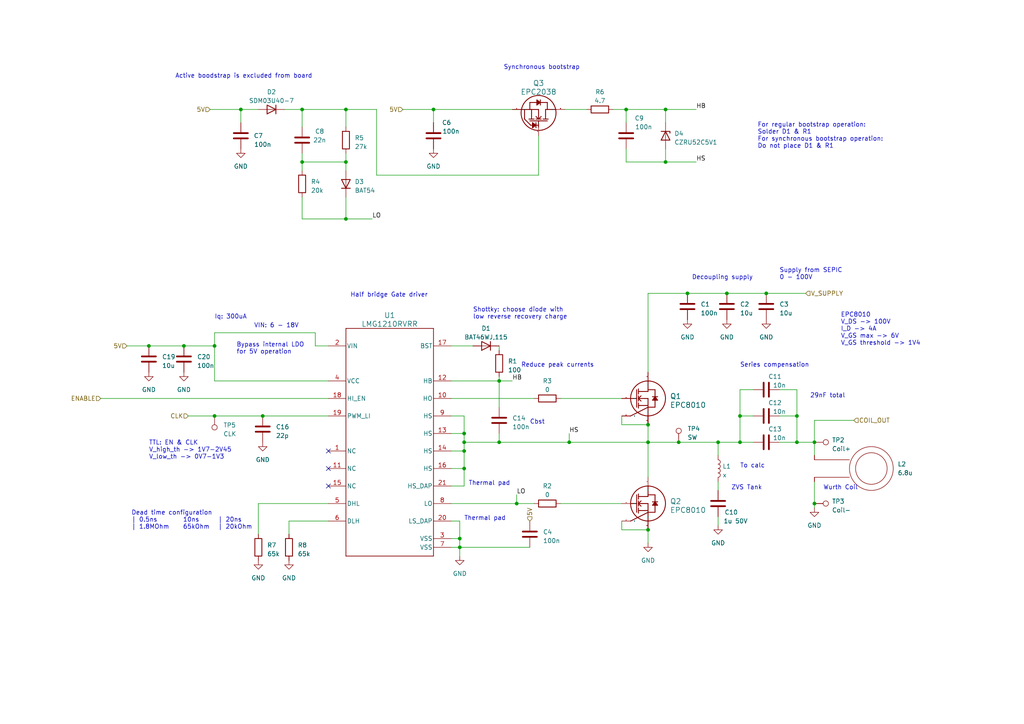
<source format=kicad_sch>
(kicad_sch (version 20230121) (generator eeschema)
  (paper "A4")
  (title_block (title "GaN Half Bridge Driver") (date "2024-06-26") (company "Dramco"))
  (lib_symbols
    (symbol "Connector:TestPoint" (pin_numbers hide) (pin_names (offset 0.762) hide)
      (property "Reference" "TP" (at 0 6.858 0))
      (property "Value" "TestPoint" (at 0 5.08 0))
      (symbol "TestPoint_0_1"
        (circle (center 0 3.302) (radius 0.762))
      )
      (symbol "TestPoint_1_1"
        (pin passive line (at 0 0 90) (length 2.54) (name "1") (number "1"))
      )
    )
    (symbol "Device:C" (pin_numbers hide) (pin_names (offset 0.254))
      (property "Reference" "C" (at 0.635 2.54 0))
      (property "Value" "C" (at 0.635 -2.54 0))
      (symbol "C_0_1"
        (polyline (pts (xy -2.032 -0.762) (xy 2.032 -0.762)) (stroke (width 0.508)))
        (polyline (pts (xy -2.032 0.762) (xy 2.032 0.762)) (stroke (width 0.508)))
      )
      (symbol "C_1_1"
        (pin passive line (at 0 3.81 270) (length 2.794) (name "~") (number "1"))
        (pin passive line (at 0 -3.81 90) (length 2.794) (name "~") (number "2"))
      )
    )
    (symbol "Device:D" (pin_numbers hide) (pin_names (offset 1.016) hide)
      (property "Reference" "D" (at 0 2.54 0))
      (property "Value" "D" (at 0 -2.54 0))
      (symbol "D_0_1"
        (polyline (pts (xy -1.27 1.27) (xy -1.27 -1.27)) (stroke (width 0.254)))
        (polyline (pts (xy 1.27 0) (xy -1.27 0)))
        (polyline (pts (xy 1.27 1.27) (xy 1.27 -1.27) (xy -1.27 0) (xy 1.27 1.27)) (stroke (width 0.254)))
      )
      (symbol "D_1_1"
        (pin passive line (at -3.81 0 0) (length 2.54) (name "K") (number "1"))
        (pin passive line (at 3.81 0 180) (length 2.54) (name "A") (number "2"))
      )
    )
    (symbol "Device:D_Zener" (pin_numbers hide) (pin_names (offset 1.016) hide)
      (property "Reference" "D" (at 0 2.54 0))
      (property "Value" "D_Zener" (at 0 -2.54 0))
      (symbol "D_Zener_0_1"
        (polyline (pts (xy 1.27 0) (xy -1.27 0)))
        (polyline (pts (xy -1.27 -1.27) (xy -1.27 1.27) (xy -0.762 1.27)) (stroke (width 0.254)))
        (polyline (pts (xy 1.27 -1.27) (xy 1.27 1.27) (xy -1.27 0) (xy 1.27 -1.27)) (stroke (width 0.254)))
      )
      (symbol "D_Zener_1_1"
        (pin passive line (at -3.81 0 0) (length 2.54) (name "K") (number "1"))
        (pin passive line (at 3.81 0 180) (length 2.54) (name "A") (number "2"))
      )
    )
    (symbol "Device:L" (pin_numbers hide) (pin_names (offset 1.016) hide)
      (property "Reference" "L" (at -1.27 0 90))
      (property "Value" "L" (at 1.905 0 90))
      (symbol "L_0_1"
        (arc (start 0 -2.54) (mid 0.6323 -1.905) (end 0 -1.27))
        (arc (start 0 -1.27) (mid 0.6323 -0.635) (end 0 0))
        (arc (start 0 0) (mid 0.6323 0.635) (end 0 1.27))
        (arc (start 0 1.27) (mid 0.6323 1.905) (end 0 2.54))
      )
      (symbol "L_1_1"
        (pin passive line (at 0 3.81 270) (length 1.27) (name "1") (number "1"))
        (pin passive line (at 0 -3.81 90) (length 1.27) (name "2") (number "2"))
      )
    )
    (symbol "Device:R" (pin_numbers hide) (pin_names (offset 0))
      (property "Reference" "R" (at 2.032 0 90))
      (property "Value" "R" (at 0 0 90))
      (symbol "R_0_1"
        (rectangle (start -1.016 -2.54) (end 1.016 2.54) (stroke (width 0.254)))
      )
      (symbol "R_1_1"
        (pin passive line (at 0 3.81 270) (length 1.27) (name "~") (number "1"))
        (pin passive line (at 0 -3.81 90) (length 1.27) (name "~") (number "2"))
      )
    )
    (symbol "EPC:EPC2038" (pin_names (offset 1.016))
      (property "Reference" "Q" (at 5.08 2.794 0))
      (property "Value" "EPC2038" (at 5.08 0.254 0))
      (symbol "EPC2038_0_1"
        (pin passive line (at -7.62 0 0) (length 2.54) (name "G") (number "1"))
        (pin open_emitter line (at 0 -7.62 90) (length 2.54) (name "S1") (number "2"))
        (pin open_collector line (at 0 7.62 270) (length 2.54) (name "D1") (number "3"))
        (pin open_emitter line (at 0 -7.62 90) (length 2.54) (name "S2") (number "4"))
      )
      (symbol "EPC2038_1_1"
        (arc (start -6.0706 -0.2032) (mid -3.4156 -4.4533) (end 1.6002 -4.3434) (stroke (width 0.254)))
        (polyline (pts (xy -5.08 0) (xy -3.302 0)) (stroke (width 0.254)))
        (polyline (pts (xy -4.572 -2.286) (xy -4.572 0)) (stroke (width 0.254)))
        (polyline (pts (xy -4.572 -2.286) (xy -2.794 -4.064)) (stroke (width 0.254)))
        (polyline (pts (xy -3.81 -0.762) (xy -5.334 -0.762)) (stroke (width 0.254)))
        (polyline (pts (xy -3.302 -2.54) (xy -3.302 2.54)) (stroke (width 0.254)))
        (polyline (pts (xy -2.794 -4.064) (xy 0 -4.064)) (stroke (width 0.254)))
        (polyline (pts (xy -2.794 -1.27) (xy -2.794 -2.794)) (stroke (width 0.254)))
        (polyline (pts (xy -2.794 0) (xy -2.032 -0.762)) (stroke (width 0.254)))
        (polyline (pts (xy -2.794 0) (xy 0 0)) (stroke (width 0.254)))
        (polyline (pts (xy -2.794 0.762) (xy -2.794 -0.762)) (stroke (width 0.254)))
        (polyline (pts (xy -2.794 2.032) (xy 0 2.032)) (stroke (width 0.254)))
        (polyline (pts (xy -2.794 2.794) (xy -2.794 1.27)) (stroke (width 0.254)))
        (polyline (pts (xy -2.032 0.762) (xy -2.794 0)) (stroke (width 0.254)))
        (polyline (pts (xy 0 -5.08) (xy 0 0)) (stroke (width 0.254)))
        (polyline (pts (xy 0 -2.54) (xy 2.032 -2.54)) (stroke (width 0.254)))
        (polyline (pts (xy 0 -2.032) (xy -2.794 -2.032)) (stroke (width 0.254)))
        (polyline (pts (xy 0 2.54) (xy 2.032 2.54)) (stroke (width 0.254)))
        (polyline (pts (xy 0 5.08) (xy 0 2.032)) (stroke (width 0.254)))
        (polyline (pts (xy 2.032 -2.54) (xy 2.032 -0.508)) (stroke (width 0.254)))
        (polyline (pts (xy 2.032 0.508) (xy 2.032 2.54)) (stroke (width 0.254)))
        (polyline (pts (xy 2.794 0.508) (xy 1.27 0.508)) (stroke (width 0.254)))
        (polyline (pts (xy -4.572 -0.762) (xy -3.81 -1.778) (xy -5.334 -1.778) (xy -4.572 -0.762)) (stroke (width 0.254)) (fill (type outline)))
        (polyline (pts (xy 2.032 0.508) (xy 2.794 -0.508) (xy 1.27 -0.508) (xy 2.032 0.508)) (stroke (width 0.254)) (fill (type outline)))
        (arc (start 1.524 4.3688) (mid -3.4809 4.4116) (end -6.0706 0.127) (stroke (width 0.254)))
        (arc (start 1.6002 -4.3434) (mid 4.0543 0.0393) (end 1.524 4.3688) (stroke (width 0.254)))
      )
    )
    (symbol "EPC:EPC8010" (pin_names (offset 1.016))
      (property "Reference" "Q" (at 5.08 2.794 0))
      (property "Value" "EPC8010" (at 5.08 0.254 0))
      (symbol "EPC8010_0_1"
        (polyline (pts (xy -5.08 0) (xy -3.302 0)) (stroke (width 0.254)))
        (polyline (pts (xy -3.302 2.54) (xy -3.302 -2.54)) (stroke (width 0.254)))
        (polyline (pts (xy -2.794 -2.794) (xy -2.794 -1.27)) (stroke (width 0.254)))
        (polyline (pts (xy -2.794 -2.032) (xy 0 -2.032)) (stroke (width 0.254)))
        (polyline (pts (xy -2.794 -0.762) (xy -2.794 0.762)) (stroke (width 0.254)))
        (polyline (pts (xy -2.794 0) (xy -2.032 0.762)) (stroke (width 0.254)))
        (polyline (pts (xy -2.794 0) (xy 0 0)) (stroke (width 0.254)))
        (polyline (pts (xy -2.794 1.27) (xy -2.794 2.794)) (stroke (width 0.254)))
        (polyline (pts (xy -2.032 -0.762) (xy -2.794 0)) (stroke (width 0.254)))
        (polyline (pts (xy 0 -2.54) (xy -5.08 -5.08)) (stroke (width 0.254)))
        (polyline (pts (xy 0 -2.54) (xy 2.032 -2.54)) (stroke (width 0.254)))
        (polyline (pts (xy 0 0) (xy 0 -5.08)) (stroke (width 0.254)))
        (polyline (pts (xy 0 2.032) (xy -2.794 2.032)) (stroke (width 0.254)))
        (polyline (pts (xy 0 2.032) (xy 0 5.08)) (stroke (width 0.254)))
        (polyline (pts (xy 0 2.54) (xy 2.032 2.54)) (stroke (width 0.254)))
        (polyline (pts (xy 2.032 -0.508) (xy 2.032 -2.54)) (stroke (width 0.254)))
        (polyline (pts (xy 2.032 2.54) (xy 2.032 0.508)) (stroke (width 0.254)))
        (polyline (pts (xy 2.794 0.508) (xy 1.27 0.508)) (stroke (width 0.254)))
        (polyline (pts (xy 2.032 0.508) (xy 1.27 -0.508) (xy 2.794 -0.508) (xy 2.032 0.508)) (stroke (width 0.254)) (fill (type outline)))
        (pin passive line (at -7.62 0 0) (length 2.54) (name "G") (number "1"))
        (pin open_emitter line (at -7.62 -5.08 0) (length 2.54) (name "SG") (number "2"))
        (pin open_emitter line (at 0 -7.62 90) (length 2.54) (name "SP1") (number "3"))
        (pin open_collector line (at 0 7.62 270) (length 2.54) (name "D") (number "4"))
        (pin open_emitter line (at 0 -7.62 90) (length 2.54) (name "SP2") (number "5"))
        (pin open_emitter line (at 0 -7.62 90) (length 2.54) (name "Sub") (number "6"))
      )
      (symbol "EPC8010_1_1"
        (arc (start -5.0546 -0.127) (mid -2.4662 -4.4139) (end 2.54 -4.3688) (stroke (width 0.254)))
        (arc (start 2.54 -4.3688) (mid 5.0534 -0.0392) (end 2.6162 4.3434) (stroke (width 0.254)))
        (arc (start 2.6162 4.3434) (mid -2.4052 4.4637) (end -5.0546 0.2032) (stroke (width 0.254)))
      )
    )
    (symbol "LMG1210:LMG1210RVRR" (pin_names (offset 0.254))
      (property "Reference" "U" (at 0 2.54 0))
      (property "Value" "LMG1210RVRR" (at 0 0 0))
      (symbol "LMG1210RVRR_0_1"
        (polyline (pts (xy -12.7 -33.02) (xy 12.7 -33.02)) (stroke (width 0.2032)))
        (polyline (pts (xy -12.7 33.02) (xy -12.7 -33.02)) (stroke (width 0.2032)))
        (polyline (pts (xy 12.7 -33.02) (xy 12.7 33.02)) (stroke (width 0.2032)))
        (polyline (pts (xy 12.7 33.02) (xy -12.7 33.02)) (stroke (width 0.2032)))
        (pin unspecified line (at -17.78 -2.54 0) (length 5.08) (name "NC") (number "1"))
        (pin output line (at 17.78 12.7 180) (length 5.08) (name "HO") (number "10"))
        (pin unspecified line (at -17.78 -7.62 0) (length 5.08) (name "NC") (number "11"))
        (pin input line (at 17.78 17.78 180) (length 5.08) (name "HB") (number "12"))
        (pin input line (at 17.78 2.54 180) (length 5.08) (name "HS") (number "13"))
        (pin input line (at 17.78 -2.54 180) (length 5.08) (name "HS") (number "14"))
        (pin unspecified line (at -17.78 -12.7 0) (length 5.08) (name "NC") (number "15"))
        (pin input line (at 17.78 -7.62 180) (length 5.08) (name "HS") (number "16"))
        (pin output line (at 17.78 27.94 180) (length 5.08) (name "BST") (number "17"))
        (pin input line (at -17.78 12.7 0) (length 5.08) (name "HI_EN") (number "18"))
        (pin input line (at -17.78 7.62 0) (length 5.08) (name "PWM_LI") (number "19"))
        (pin power_in line (at -17.78 27.94 0) (length 5.08) (name "VIN") (number "2"))
        (pin unspecified line (at 17.78 -22.86 180) (length 5.08) (name "LS_DAP") (number "20"))
        (pin unspecified line (at 17.78 -12.7 180) (length 5.08) (name "HS_DAP") (number "21"))
        (pin power_in line (at 17.78 -27.94 180) (length 5.08) (name "VSS") (number "3"))
        (pin power_in line (at -17.78 17.78 0) (length 5.08) (name "VCC") (number "4"))
        (pin output line (at -17.78 -17.78 0) (length 5.08) (name "DHL") (number "5"))
        (pin output line (at -17.78 -22.86 0) (length 5.08) (name "DLH") (number "6"))
        (pin power_in line (at 17.78 -30.48 180) (length 5.08) (name "VSS") (number "7"))
        (pin output line (at 17.78 -17.78 180) (length 5.08) (name "LO") (number "8"))
        (pin input line (at 17.78 7.62 180) (length 5.08) (name "HS") (number "9"))
      )
    )
    (symbol "L_1" (pin_numbers hide) (pin_names (offset 1.016) hide)
      (property "Reference" "L2" (at 25.4 1.27 0))
      (property "Value" "6.8u" (at 25.4 -1.27 0))
      (symbol "L_1_0_1"
        (polyline (pts (xy 0 -2.54) (xy 10.16 -2.54)))
        (polyline (pts (xy 0 2.54) (xy 10.16 2.54)))
        (circle (center 16.51 0) (radius 4.5791))
        (circle (center 16.51 0) (radius 6.35))
      )
      (symbol "L_1_1_1"
        (pin passive line (at 0 3.81 270) (length 1.27) (name "1") (number "1"))
        (pin passive line (at 0 -3.81 90) (length 1.27) (name "2") (number "2"))
      )
    )
    (symbol "power:GND" (power) (pin_names (offset 0))
      (property "Value" "GND" (at 0 -3.81 0))
      (symbol "GND_0_1"
        (polyline (pts (xy 0 0) (xy 0 -1.27) (xy 1.27 -1.27) (xy 0 -2.54) (xy -1.27 -1.27) (xy 0 -1.27)))
      )
      (symbol "GND_1_1"
        (pin power_in line (at 0 0 270) (length 0) hide (name "GND") (number "1"))
      )
    )
  )
  (junction (at 181.61 31.75))
  (junction (at 62.23 120.65))
  (junction (at 149.86 146.05))
  (junction (at 236.22 128.27))
  (junction (at 134.62 135.89))
  (junction (at 222.25 85.09))
  (junction (at 187.96 153.67))
  (junction (at 133.35 158.75))
  (junction (at 87.63 31.75))
  (junction (at 87.63 46.99))
  (junction (at 69.85 31.75))
  (junction (at 134.62 128.27))
  (junction (at 187.96 128.27))
  (junction (at 196.85 128.27))
  (junction (at 193.04 46.99))
  (junction (at 231.14 120.65))
  (junction (at 144.78 128.27))
  (junction (at 43.18 100.33))
  (junction (at 144.78 110.49))
  (junction (at 133.35 156.21))
  (junction (at 134.62 130.81))
  (junction (at 125.73 31.75))
  (junction (at 165.1 128.27))
  (junction (at 100.33 63.5))
  (junction (at 236.22 146.05))
  (junction (at 100.33 31.75))
  (junction (at 231.14 128.27))
  (junction (at 76.2 120.65))
  (junction (at 134.62 125.73))
  (junction (at 53.34 100.33))
  (junction (at 187.96 123.19))
  (junction (at 100.33 46.99))
  (junction (at 199.39 85.09))
  (junction (at 210.82 85.09))
  (junction (at 208.28 128.27))
  (junction (at 214.63 120.65))
  (junction (at 62.23 100.33))
  (junction (at 193.04 31.75))
  (junction (at 214.63 128.27))
  (no_connect (at 95.25 135.89))
  (no_connect (at 95.25 140.97))
  (no_connect (at 95.25 130.81))
  (wire (pts (xy 236.22 128.27) (xy 236.22 121.92)))
  (wire (pts (xy 214.63 120.65) (xy 214.63 128.27)))
  (wire (pts (xy 82.55 31.75) (xy 87.63 31.75)))
  (wire (pts (xy 231.14 120.65) (xy 231.14 128.27)))
  (wire (pts (xy 218.44 113.03) (xy 214.63 113.03)))
  (wire (pts (xy 233.68 85.09) (xy 222.25 85.09)))
  (wire (pts (xy 156.21 50.8) (xy 109.22 50.8)))
  (wire (pts (xy 134.62 128.27) (xy 134.62 125.73)))
  (wire (pts (xy 133.35 158.75) (xy 153.67 158.75)))
  (wire (pts (xy 231.14 113.03) (xy 231.14 120.65)))
  (wire (pts (xy 134.62 130.81) (xy 134.62 128.27)))
  (wire (pts (xy 74.93 31.75) (xy 69.85 31.75)))
  (wire (pts (xy 181.61 31.75) (xy 193.04 31.75)))
  (wire (pts (xy 193.04 31.75) (xy 201.93 31.75)))
  (wire (pts (xy 181.61 43.18) (xy 181.61 46.99)))
  (wire (pts (xy 100.33 63.5) (xy 107.95 63.5)))
  (wire (pts (xy 144.78 109.22) (xy 144.78 110.49)))
  (wire (pts (xy 130.81 120.65) (xy 134.62 120.65)))
  (wire (pts (xy 29.21 115.57) (xy 95.25 115.57)))
  (wire (pts (xy 69.85 31.75) (xy 69.85 35.56)))
  (wire (pts (xy 133.35 158.75) (xy 133.35 161.29)))
  (wire (pts (xy 62.23 96.52) (xy 91.44 96.52)))
  (wire (pts (xy 87.63 46.99) (xy 87.63 49.53)))
  (wire (pts (xy 231.14 128.27) (xy 236.22 128.27)))
  (wire (pts (xy 214.63 113.03) (xy 214.63 120.65)))
  (wire (pts (xy 74.93 146.05) (xy 74.93 154.94)))
  (wire (pts (xy 100.33 31.75) (xy 100.33 36.83)))
  (wire (pts (xy 116.84 31.75) (xy 125.73 31.75)))
  (wire (pts (xy 181.61 31.75) (xy 181.61 35.56)))
  (wire (pts (xy 218.44 120.65) (xy 214.63 120.65)))
  (wire (pts (xy 109.22 31.75) (xy 100.33 31.75)))
  (wire (pts (xy 181.61 46.99) (xy 193.04 46.99)))
  (wire (pts (xy 87.63 31.75) (xy 100.33 31.75)))
  (wire (pts (xy 210.82 85.09) (xy 199.39 85.09)))
  (wire (pts (xy 100.33 46.99) (xy 100.33 49.53)))
  (wire (pts (xy 187.96 85.09) (xy 187.96 107.95)))
  (wire (pts (xy 177.8 31.75) (xy 181.61 31.75)))
  (wire (pts (xy 208.28 139.7) (xy 208.28 142.24)))
  (wire (pts (xy 149.86 146.05) (xy 154.94 146.05)))
  (wire (pts (xy 130.81 140.97) (xy 134.62 140.97)))
  (wire (pts (xy 180.34 123.19) (xy 187.96 123.19)))
  (wire (pts (xy 134.62 135.89) (xy 134.62 130.81)))
  (wire (pts (xy 100.33 57.15) (xy 100.33 63.5)))
  (wire (pts (xy 187.96 128.27) (xy 187.96 123.19)))
  (wire (pts (xy 187.96 128.27) (xy 187.96 138.43)))
  (wire (pts (xy 187.96 153.67) (xy 187.96 157.48)))
  (wire (pts (xy 87.63 36.83) (xy 87.63 31.75)))
  (wire (pts (xy 165.1 128.27) (xy 187.96 128.27)))
  (wire (pts (xy 95.25 146.05) (xy 74.93 146.05)))
  (wire (pts (xy 144.78 125.73) (xy 144.78 128.27)))
  (wire (pts (xy 134.62 140.97) (xy 134.62 135.89)))
  (wire (pts (xy 109.22 50.8) (xy 109.22 31.75)))
  (wire (pts (xy 144.78 110.49) (xy 144.78 118.11)))
  (wire (pts (xy 208.28 152.4) (xy 208.28 149.86)))
  (wire (pts (xy 193.04 31.75) (xy 193.04 35.56)))
  (wire (pts (xy 156.21 39.37) (xy 156.21 50.8)))
  (wire (pts (xy 130.81 100.33) (xy 137.16 100.33)))
  (wire (pts (xy 95.25 151.13) (xy 83.82 151.13)))
  (wire (pts (xy 36.83 100.33) (xy 43.18 100.33)))
  (wire (pts (xy 62.23 100.33) (xy 62.23 110.49)))
  (wire (pts (xy 95.25 100.33) (xy 91.44 100.33)))
  (wire (pts (xy 130.81 146.05) (xy 149.86 146.05)))
  (wire (pts (xy 76.2 120.65) (xy 95.25 120.65)))
  (wire (pts (xy 87.63 57.15) (xy 87.63 63.5)))
  (wire (pts (xy 130.81 125.73) (xy 134.62 125.73)))
  (wire (pts (xy 100.33 44.45) (xy 100.33 46.99)))
  (wire (pts (xy 162.56 115.57) (xy 180.34 115.57)))
  (wire (pts (xy 133.35 156.21) (xy 133.35 158.75)))
  (wire (pts (xy 236.22 139.7) (xy 236.22 146.05)))
  (wire (pts (xy 163.83 31.75) (xy 170.18 31.75)))
  (wire (pts (xy 208.28 128.27) (xy 208.28 132.08)))
  (wire (pts (xy 134.62 128.27) (xy 144.78 128.27)))
  (wire (pts (xy 130.81 151.13) (xy 133.35 151.13)))
  (wire (pts (xy 144.78 100.33) (xy 144.78 101.6)))
  (wire (pts (xy 62.23 96.52) (xy 62.23 100.33)))
  (wire (pts (xy 162.56 146.05) (xy 180.34 146.05)))
  (wire (pts (xy 125.73 31.75) (xy 125.73 35.56)))
  (wire (pts (xy 196.85 128.27) (xy 208.28 128.27)))
  (wire (pts (xy 130.81 135.89) (xy 134.62 135.89)))
  (wire (pts (xy 87.63 63.5) (xy 100.33 63.5)))
  (wire (pts (xy 226.06 113.03) (xy 231.14 113.03)))
  (wire (pts (xy 144.78 128.27) (xy 165.1 128.27)))
  (wire (pts (xy 62.23 120.65) (xy 76.2 120.65)))
  (wire (pts (xy 69.85 31.75) (xy 60.96 31.75)))
  (wire (pts (xy 180.34 120.65) (xy 180.34 123.19)))
  (wire (pts (xy 208.28 128.27) (xy 214.63 128.27)))
  (wire (pts (xy 226.06 120.65) (xy 231.14 120.65)))
  (wire (pts (xy 83.82 151.13) (xy 83.82 154.94)))
  (wire (pts (xy 214.63 128.27) (xy 218.44 128.27)))
  (wire (pts (xy 180.34 151.13) (xy 180.34 153.67)))
  (wire (pts (xy 91.44 96.52) (xy 91.44 100.33)))
  (wire (pts (xy 222.25 85.09) (xy 210.82 85.09)))
  (wire (pts (xy 165.1 125.73) (xy 165.1 128.27)))
  (wire (pts (xy 130.81 115.57) (xy 154.94 115.57)))
  (wire (pts (xy 134.62 120.65) (xy 134.62 125.73)))
  (wire (pts (xy 149.86 143.51) (xy 149.86 146.05)))
  (wire (pts (xy 54.61 120.65) (xy 62.23 120.65)))
  (wire (pts (xy 130.81 130.81) (xy 134.62 130.81)))
  (wire (pts (xy 87.63 44.45) (xy 87.63 46.99)))
  (wire (pts (xy 236.22 121.92) (xy 247.65 121.92)))
  (wire (pts (xy 193.04 46.99) (xy 201.93 46.99)))
  (wire (pts (xy 236.22 128.27) (xy 236.22 132.08)))
  (wire (pts (xy 133.35 151.13) (xy 133.35 156.21)))
  (wire (pts (xy 180.34 153.67) (xy 187.96 153.67)))
  (wire (pts (xy 53.34 100.33) (xy 62.23 100.33)))
  (wire (pts (xy 100.33 46.99) (xy 87.63 46.99)))
  (wire (pts (xy 130.81 158.75) (xy 133.35 158.75)))
  (wire (pts (xy 144.78 110.49) (xy 148.59 110.49)))
  (wire (pts (xy 187.96 128.27) (xy 196.85 128.27)))
  (wire (pts (xy 62.23 110.49) (xy 95.25 110.49)))
  (wire (pts (xy 226.06 128.27) (xy 231.14 128.27)))
  (wire (pts (xy 125.73 31.75) (xy 148.59 31.75)))
  (wire (pts (xy 43.18 100.33) (xy 53.34 100.33)))
  (wire (pts (xy 193.04 43.18) (xy 193.04 46.99)))
  (wire (pts (xy 236.22 146.05) (xy 236.22 147.32)))
  (wire (pts (xy 130.81 156.21) (xy 133.35 156.21)))
  (wire (pts (xy 130.81 110.49) (xy 144.78 110.49)))
  (wire (pts (xy 199.39 85.09) (xy 187.96 85.09)))
  (text "For regular bootstrap operation:\nSolder D1 & R1\nFor synchronous bootstrap operation:\nDo not place D1 & R1" (at 219.71 43.18 0) (effects (font (size 1.27 1.27)) (justify left bottom)))
  (text "EPC8010\nV_DS -> 100V\nI_D -> 4A\nV_GS max -> 6V\nV_GS threshold -> 1V4" (at 243.84 100.33 0) (effects (font (size 1.27 1.27)) (justify left bottom)))
  (text "Cbst" (at 153.67 123.19 0) (effects (font (size 1.27 1.27)) (justify left bottom)))
  (text "Thermal pad" (at 134.62 151.13 0) (effects (font (size 1.27 1.27)) (justify left bottom)))
  (text "Half bridge Gate driver" (at 101.6 86.36 0) (effects (font (size 1.27 1.27)) (justify left bottom)))
  (text "Synchronous bootstrap" (at 146.05 20.32 0) (effects (font (size 1.27 1.27)) (justify left bottom)))
  (text "Thermal pad" (at 135.89 140.97 0) (effects (font (size 1.27 1.27)) (justify left bottom)))
  (text "Wurth Coil" (at 238.76 142.24 0) (effects (font (size 1.27 1.27)) (justify left bottom)))
  (text "Iq: 300uA" (at 62.23 92.71 0) (effects (font (size 1.27 1.27)) (justify left bottom)))
  (text "Decoupling supply" (at 200.66 81.28 0) (effects (font (size 1.27 1.27)) (justify left bottom)))
  (text "Active boodstrap is excluded from board" (at 50.8 22.86 0) (effects (font (size 1.27 1.27)) (justify left bottom)))
  (text "To calc" (at 214.63 135.89 0) (effects (font (size 1.27 1.27)) (justify left bottom)))
  (text "ZVS Tank" (at 212.09 142.24 0) (effects (font (size 1.27 1.27)) (justify left bottom)))
  (text "Bypass internal LDO\nfor 5V operation" (at 68.58 102.87 0) (effects (font (size 1.27 1.27)) (justify left bottom)))
  (text "VIN: 6 - 18V" (at 73.66 95.25 0) (effects (font (size 1.27 1.27)) (justify left bottom)))
  (text "TTL: EN & CLK\nV_high_th -> 1V7-2V45\nV_low_th -> 0V7-1V3" (at 43.18 133.35 0) (effects (font (size 1.27 1.27)) (justify left bottom)))
  (text "Reduce peak currents" (at 151.13 106.68 0) (effects (font (size 1.27 1.27)) (justify left bottom)))
  (text "Supply from SEPIC\n0 - 100V" (at 226.06 81.28 0) (effects (font (size 1.27 1.27)) (justify left bottom)))
  (text "Shottky: choose diode with\nlow reverse recovery charge" (at 137.16 92.71 0) (effects (font (size 1.27 1.27)) (justify left bottom)))
  (text "Series compensation" (at 214.63 106.68 0) (effects (font (size 1.27 1.27)) (justify left bottom)))
  (text "29nF total" (at 234.95 115.57 0) (effects (font (size 1.27 1.27)) (justify left bottom)))
  (text "Dead time configuration\n| 0.5ns		10ns	| 20ns\n| 1.8MOhm	65kOhm	| 20kOhm" (at 38.1 153.67 0) (effects (font (size 1.27 1.27)) (justify left bottom)))
  (label "LO" (at 107.95 63.5 0))
  (label "HB" (at 201.93 31.75 0))
  (label "HS" (at 201.93 46.99 0))
  (label "HS" (at 165.1 125.73 0))
  (label "HB" (at 148.59 110.49 0))
  (label "LO" (at 149.86 143.51 0))
  (hierarchical_label "CLK" (shape input) (at 54.61 120.65 180))
  (hierarchical_label "V_SUPPLY" (shape input) (at 233.68 85.09 0))
  (hierarchical_label "5V" (shape input) (at 60.96 31.75 180))
  (hierarchical_label "5V" (shape input) (at 36.83 100.33 180))
  (hierarchical_label "5V" (shape input) (at 153.67 151.13 90))
  (hierarchical_label "ENABLE" (shape input) (at 29.21 115.57 180))
  (hierarchical_label "5V" (shape input) (at 116.84 31.75 180))
  (hierarchical_label "COIL_OUT" (shape input) (at 247.65 121.92 0))
  (symbol (lib_id "power:GND") (at 222.25 92.71 0) (unit 1)
    (property "Reference" "#PWR03" (effects hide))
    (property "Value" "GND" (at 222.25 97.79 0))
    (instances (project "driver_prereg_combined" (path "" (reference "#PWR03") (unit 1))) (project "driver" (path "" (reference "#PWR06") (unit 1))))
  )
  (symbol (lib_id "Device:C") (at 222.25 128.27 90) (unit 1)
    (property "Reference" "C13" (at 224.79 124.46 90))
    (property "Value" "10n" (at 226.06 127 90))
    (property "Footprint" "Capacitor_SMD:C_0805_2012Metric_Pad1.18x1.45mm_HandSolder" (effects hide))
    (instances (project "driver_prereg_combined" (path "" (reference "C13") (unit 1))) (project "driver" (path "" (reference "C3") (unit 1))))
  )
  (symbol (lib_id "power:GND") (at 43.18 107.95 0) (unit 1)
    (property "Reference" "#PWR018" (effects hide))
    (property "Value" "GND" (at 43.18 113.03 0))
    (instances (project "driver_prereg_combined" (path "" (reference "#PWR018") (unit 1))) (project "driver" (path "" (reference "#PWR01") (unit 1))))
  )
  (symbol (lib_id "Device:C") (at 76.2 124.46 180) (unit 1)
    (property "Reference" "C16" (at 80.01 123.825 0) (effects (justify right)))
    (property "Value" "22p" (at 80.01 126.365 0) (effects (justify right)))
    (property "Footprint" "Capacitor_SMD:C_0603_1608Metric_Pad1.08x0.95mm_HandSolder" (effects hide))
    (instances (project "driver_prereg_combined" (path "" (reference "C16") (unit 1))) (project "driver" (path "" (reference "C22") (unit 1))))
  )
  (symbol (lib_id "EPC:EPC2038") (at 156.21 31.75 270) (mirror x) (unit 1) (on_board no)
    (property "Reference" "Q3" (at 156.21 24.13 90) (effects (font (size 1.524 1.524))))
    (property "Value" "EPC2038" (at 156.21 26.67 90) (effects (font (size 1.524 1.524))))
    (property "Footprint" "EPCLib:EPC2X_2by2" (effects hide))
    (instances (project "driver_prereg_combined" (path "" (reference "Q3") (unit 1))) (project "driver" (path "" (reference "Q4") (unit 1))))
  )
  (symbol (lib_name "L_1") (lib_id "Device:L") (at 236.22 135.89 0) (unit 1)
    (property "Reference" "L2" (at 260.35 134.62 0) (effects (justify left)))
    (property "Value" "6.8u" (at 260.35 137.16 0) (effects (justify left)))
    (property "Footprint" "Coil:Wurth Coil Connector" (effects hide))
    (instances (project "driver_prereg_combined" (path "" (reference "L2") (unit 1))) (project "driver" (path "" (reference "L1") (unit 1))))
  )
  (symbol (lib_id "Device:C") (at 199.39 88.9 180) (unit 1)
    (property "Reference" "C1" (at 203.2 88.265 0) (effects (justify right)))
    (property "Value" "100n" (at 203.2 90.805 0) (effects (justify right)))
    (property "Footprint" "Capacitor_SMD:C_0603_1608Metric_Pad1.08x0.95mm_HandSolder" (effects hide))
    (instances (project "driver_prereg_combined" (path "" (reference "C1") (unit 1))) (project "driver" (path "" (reference "C18") (unit 1))))
  )
  (symbol (lib_id "Device:C") (at 222.25 113.03 90) (unit 1)
    (property "Reference" "C11" (at 224.79 109.22 90))
    (property "Value" "10n" (at 226.06 111.76 90))
    (property "Footprint" "Capacitor_SMD:C_0805_2012Metric_Pad1.18x1.45mm_HandSolder" (effects hide))
    (instances (project "driver_prereg_combined" (path "" (reference "C11") (unit 1))) (project "driver" (path "" (reference "C5") (unit 1))))
  )
  (symbol (lib_id "Device:C") (at 87.63 40.64 180) (unit 1) (on_board no)
    (property "Reference" "C8" (at 92.71 38.1 0))
    (property "Value" "22n" (at 92.71 40.64 0))
    (property "Footprint" "Capacitor_SMD:C_0603_1608Metric_Pad1.08x0.95mm_HandSolder" (effects hide))
    (instances (project "driver_prereg_combined" (path "" (reference "C8") (unit 1))) (project "driver" (path "" (reference "C14") (unit 1))))
  )
  (symbol (lib_id "Device:L") (at 208.28 135.89 0) (unit 1)
    (property "Reference" "L1" (at 209.55 135.255 0) (effects (justify left)))
    (property "Value" "x" (at 209.55 137.795 0) (effects (justify left)))
    (property "Footprint" "Inductor_SMD:L_Coilcraft_XAL1350-XXX" (effects hide))
    (instances (project "driver_prereg_combined" (path "" (reference "L1") (unit 1))) (project "driver" (path "" (reference "L2") (unit 1))))
  )
  (symbol (lib_id "Device:C") (at 69.85 39.37 180) (unit 1) (on_board no)
    (property "Reference" "C7" (at 74.93 39.37 0))
    (property "Value" "100n" (at 76.2 41.91 0))
    (property "Footprint" "Capacitor_SMD:C_0603_1608Metric_Pad1.08x0.95mm_HandSolder" (effects hide))
    (instances (project "driver_prereg_combined" (path "" (reference "C7") (unit 1))) (project "driver" (path "" (reference "C16") (unit 1))))
  )
  (symbol (lib_id "power:GND") (at 208.28 152.4 0) (unit 1)
    (property "Reference" "#PWR010" (effects hide))
    (property "Value" "GND" (at 208.28 157.48 0))
  )
  (symbol (lib_id "Device:C") (at 53.34 104.14 0) (unit 1)
    (property "Reference" "C20" (at 57.15 103.505 0) (effects (justify left)))
    (property "Value" "100n" (at 57.15 106.045 0) (effects (justify left)))
    (property "Footprint" "Capacitor_SMD:C_0603_1608Metric_Pad1.08x0.95mm_HandSolder" (effects hide))
    (instances (project "driver_prereg_combined" (path "" (reference "C20") (unit 1))) (project "driver" (path "" (reference "C1") (unit 1))))
  )
  (symbol (lib_id "Device:C") (at 43.18 104.14 0) (unit 1)
    (property "Reference" "C19" (at 46.99 103.505 0) (effects (justify left)))
    (property "Value" "10u" (at 46.99 106.045 0) (effects (justify left)))
    (property "Footprint" "Capacitor_SMD:C_0603_1608Metric_Pad1.08x0.95mm_HandSolder" (effects hide))
    (instances (project "driver_prereg_combined" (path "" (reference "C19") (unit 1))) (project "driver" (path "" (reference "C1") (unit 1))))
  )
  (symbol (lib_id "Device:C") (at 125.73 39.37 180) (unit 1) (on_board no)
    (property "Reference" "C6" (at 129.54 35.56 0))
    (property "Value" "100n" (at 130.81 38.1 0))
    (property "Footprint" "Capacitor_SMD:C_0603_1608Metric_Pad1.08x0.95mm_HandSolder" (effects hide))
    (instances (project "driver_prereg_combined" (path "" (reference "C6") (unit 1))) (project "driver" (path "" (reference "C15") (unit 1))))
  )
  (symbol (lib_id "Device:C") (at 153.67 154.94 180) (unit 1)
    (property "Reference" "C4" (at 157.48 154.305 0) (effects (justify right)))
    (property "Value" "100n" (at 157.48 156.845 0) (effects (justify right)))
    (property "Footprint" "Capacitor_SMD:C_0603_1608Metric_Pad1.08x0.95mm_HandSolder" (effects hide))
    (instances (project "driver_prereg_combined" (path "" (reference "C4") (unit 1))) (project "driver" (path "" (reference "C2") (unit 1))))
  )
  (symbol (lib_id "Connector:TestPoint") (at 236.22 128.27 270) (unit 1)
    (property "Reference" "TP2" (at 241.3 127.635 90) (effects (justify left)))
    (property "Value" "Coil+" (at 241.3 130.175 90) (effects (justify left)))
    (property "Footprint" "TestPoint:TestPoint_THTPad_2.5x2.5mm_Drill1.2mm" (effects hide))
    (instances (project "driver_prereg_combined" (path "" (reference "TP2") (unit 1))) (project "driver" (path "" (reference "TP1") (unit 1))))
  )
  (symbol (lib_id "power:GND") (at 53.34 107.95 0) (unit 1)
    (property "Reference" "#PWR019" (effects hide))
    (property "Value" "GND" (at 53.34 113.03 0))
    (instances (project "driver_prereg_combined" (path "" (reference "#PWR019") (unit 1))) (project "driver" (path "" (reference "#PWR01") (unit 1))))
  )
  (symbol (lib_id "power:GND") (at 187.96 157.48 0) (unit 1)
    (property "Reference" "#PWR09" (effects hide))
    (property "Value" "GND" (at 187.96 162.56 0))
    (instances (project "driver_prereg_combined" (path "" (reference "#PWR09") (unit 1))) (project "driver" (path "" (reference "#PWR03") (unit 1))))
  )
  (symbol (lib_id "Device:R") (at 100.33 40.64 0) (unit 1) (on_board no)
    (property "Reference" "R5" (at 102.87 40.005 0) (effects (justify left)))
    (property "Value" "27k" (at 102.87 42.545 0) (effects (justify left)))
    (property "Footprint" "Resistor_SMD:R_0603_1608Metric_Pad0.98x0.95mm_HandSolder" (effects hide))
    (instances (project "driver_prereg_combined" (path "" (reference "R5") (unit 1))) (project "driver" (path "" (reference "R6") (unit 1))))
  )
  (symbol (lib_id "EPC:EPC8010") (at 187.96 115.57 0) (unit 1)
    (property "Reference" "Q1" (at 194.31 114.935 0) (effects (font (size 1.524 1.524)) (justify left)))
    (property "Value" "EPC8010" (at 194.31 117.475 0) (effects (font (size 1.524 1.524)) (justify left)))
    (property "Footprint" "EPCLib:EPC8000" (effects hide))
    (instances (project "driver_prereg_combined" (path "" (reference "Q1") (unit 1))) (project "driver" (path "" (reference "Q3") (unit 1))))
  )
  (symbol (lib_id "power:GND") (at 69.85 43.18 0) (unit 1)
    (property "Reference" "#PWR05" (effects hide))
    (property "Value" "GND" (at 69.85 48.26 0))
    (instances (project "driver_prereg_combined" (path "" (reference "#PWR05") (unit 1))) (project "driver" (path "" (reference "#PWR017") (unit 1))))
  )
  (symbol (lib_id "Device:C") (at 144.78 121.92 180) (unit 1)
    (property "Reference" "C14" (at 148.59 121.285 0) (effects (justify right)))
    (property "Value" "100n" (at 148.59 123.825 0) (effects (justify right)))
    (property "Footprint" "Capacitor_SMD:C_0603_1608Metric_Pad1.08x0.95mm_HandSolder" (effects hide))
    (instances (project "driver_prereg_combined" (path "" (reference "C14") (unit 1))) (project "driver" (path "" (reference "C2") (unit 1))))
  )
  (symbol (lib_id "Device:C") (at 222.25 120.65 90) (unit 1)
    (property "Reference" "C12" (at 224.79 116.84 90))
    (property "Value" "10n" (at 226.06 119.38 90))
    (property "Footprint" "Capacitor_SMD:C_0805_2012Metric_Pad1.18x1.45mm_HandSolder" (effects hide))
    (instances (project "driver_prereg_combined" (path "" (reference "C12") (unit 1))) (project "driver" (path "" (reference "C4") (unit 1))))
  )
  (symbol (lib_id "power:GND") (at 76.2 128.27 0) (unit 1)
    (property "Reference" "#PWR013" (effects hide))
    (property "Value" "GND" (at 76.2 133.35 0))
    (instances (project "driver_prereg_combined" (path "" (reference "#PWR013") (unit 1))) (project "driver" (path "" (reference "#PWR023") (unit 1))))
  )
  (symbol (lib_id "Device:R") (at 74.93 158.75 180) (unit 1)
    (property "Reference" "R7" (at 77.47 158.115 0) (effects (justify right)))
    (property "Value" "65k" (at 77.47 160.655 0) (effects (justify right)))
    (property "Footprint" "Resistor_SMD:R_0603_1608Metric_Pad0.98x0.95mm_HandSolder" (effects hide))
    (instances (project "driver_prereg_combined" (path "" (reference "R7") (unit 1))) (project "driver" (path "" (reference "R2") (unit 1))))
  )
  (symbol (lib_id "Device:R") (at 158.75 115.57 90) (unit 1)
    (property "Reference" "R3" (at 158.75 110.49 90))
    (property "Value" "0" (at 158.75 113.03 90))
    (property "Footprint" "Resistor_SMD:R_0603_1608Metric_Pad0.98x0.95mm_HandSolder" (effects hide))
    (instances (project "driver_prereg_combined" (path "" (reference "R3") (unit 1))) (project "driver" (path "" (reference "R1") (unit 1))))
  )
  (symbol (lib_id "Device:C") (at 208.28 146.05 0) (unit 1)
    (property "Reference" "C10" (at 212.09 148.59 0))
    (property "Value" "1u 50V" (at 213.36 151.13 0))
    (property "Footprint" "Capacitor_SMD:C_0805_2012Metric_Pad1.18x1.45mm_HandSolder" (effects hide))
    (instances (project "driver_prereg_combined" (path "" (reference "C10") (unit 1))) (project "driver" (path "" (reference "C11") (unit 1))))
  )
  (symbol (lib_id "Device:C") (at 210.82 88.9 180) (unit 1)
    (property "Reference" "C2" (at 214.63 88.265 0) (effects (justify right)))
    (property "Value" "10u" (at 214.63 90.805 0) (effects (justify right)))
    (property "Footprint" "Capacitor_SMD:C_0603_1608Metric_Pad1.08x0.95mm_HandSolder" (effects hide))
    (instances (project "driver_prereg_combined" (path "" (reference "C2") (unit 1))) (project "driver" (path "" (reference "C6") (unit 1))))
  )
  (symbol (lib_id "power:GND") (at 83.82 162.56 0) (unit 1)
    (property "Reference" "#PWR015" (effects hide))
    (property "Value" "GND" (at 83.82 167.64 0))
    (instances (project "driver_prereg_combined" (path "" (reference "#PWR015") (unit 1))) (project "driver" (path "" (reference "#PWR03") (unit 1))))
  )
  (symbol (lib_id "power:GND") (at 236.22 147.32 0) (unit 1)
    (property "Reference" "#PWR011" (effects hide))
    (property "Value" "GND" (at 236.22 152.4 0))
    (instances (project "driver_prereg_combined" (path "" (reference "#PWR011") (unit 1))) (project "driver" (path "" (reference "#PWR04") (unit 1))))
  )
  (symbol (lib_id "Device:R") (at 144.78 105.41 180) (unit 1)
    (property "Reference" "R1" (at 147.32 104.775 0) (effects (justify right)))
    (property "Value" "100" (at 147.32 107.315 0) (effects (justify right)))
    (property "Footprint" "Resistor_SMD:R_0603_1608Metric_Pad0.98x0.95mm_HandSolder" (effects hide))
  )
  (symbol (lib_id "Device:R") (at 158.75 146.05 90) (unit 1)
    (property "Reference" "R2" (at 158.75 140.97 90))
    (property "Value" "0" (at 158.75 143.51 90))
    (property "Footprint" "Resistor_SMD:R_0603_1608Metric_Pad0.98x0.95mm_HandSolder" (effects hide))
  )
  (symbol (lib_id "Device:D") (at 78.74 31.75 180) (unit 1) (on_board no)
    (property "Reference" "D2" (at 78.74 26.67 0))
    (property "Value" "SDM03U40-7" (at 78.74 29.21 0))
    (property "Footprint" "Diode_SMD:D_SOD-523" (effects hide))
    (property "Sim.Device" "D" (effects hide))
    (property "Sim.Pins" "1=K 2=A" (effects hide))
    (instances (project "driver_prereg_combined" (path "" (reference "D2") (unit 1))) (project "driver" (path "" (reference "D5") (unit 1))))
  )
  (symbol (lib_id "power:GND") (at 125.73 43.18 0) (unit 1)
    (property "Reference" "#PWR04" (effects hide))
    (property "Value" "GND" (at 125.73 48.26 0))
    (instances (project "driver_prereg_combined" (path "" (reference "#PWR04") (unit 1))) (project "driver" (path "" (reference "#PWR016") (unit 1))))
  )
  (symbol (lib_id "Device:R") (at 87.63 53.34 0) (unit 1) (on_board no)
    (property "Reference" "R4" (at 90.17 52.705 0) (effects (justify left)))
    (property "Value" "20k" (at 90.17 55.245 0) (effects (justify left)))
    (property "Footprint" "Resistor_SMD:R_0603_1608Metric_Pad0.98x0.95mm_HandSolder" (effects hide))
    (instances (project "driver_prereg_combined" (path "" (reference "R4") (unit 1))) (project "driver" (path "" (reference "R7") (unit 1))))
  )
  (symbol (lib_id "power:GND") (at 210.82 92.71 0) (unit 1)
    (property "Reference" "#PWR02" (effects hide))
    (property "Value" "GND" (at 210.82 97.79 0))
    (instances (project "driver_prereg_combined" (path "" (reference "#PWR02") (unit 1))) (project "driver" (path "" (reference "#PWR06") (unit 1))))
  )
  (symbol (lib_id "Device:R") (at 173.99 31.75 90) (unit 1) (on_board no)
    (property "Reference" "R6" (at 173.99 26.67 90))
    (property "Value" "4.7" (at 173.99 29.21 90))
    (property "Footprint" "Resistor_SMD:R_0603_1608Metric_Pad0.98x0.95mm_HandSolder" (effects hide))
    (instances (project "driver_prereg_combined" (path "" (reference "R6") (unit 1))) (project "driver" (path "" (reference "R8") (unit 1))))
  )
  (symbol (lib_id "Device:C") (at 222.25 88.9 180) (unit 1)
    (property "Reference" "C3" (at 226.06 88.265 0) (effects (justify right)))
    (property "Value" "10u" (at 226.06 90.805 0) (effects (justify right)))
    (property "Footprint" "Capacitor_SMD:C_0603_1608Metric_Pad1.08x0.95mm_HandSolder" (effects hide))
    (instances (project "driver_prereg_combined" (path "" (reference "C3") (unit 1))) (project "driver" (path "" (reference "C6") (unit 1))))
  )
  (symbol (lib_id "Connector:TestPoint") (at 62.23 120.65 180) (unit 1)
    (property "Reference" "TP5" (at 64.77 123.317 0) (effects (justify right)))
    (property "Value" "CLK" (at 64.77 125.857 0) (effects (justify right)))
    (property "Footprint" "TestPoint:TestPoint_THTPad_2.5x2.5mm_Drill1.2mm" (effects hide))
    (instances (project "driver_prereg_combined" (path "" (reference "TP5") (unit 1))) (project "driver" (path "" (reference "TP1") (unit 1))))
  )
  (symbol (lib_id "Connector:TestPoint") (at 236.22 146.05 270) (unit 1)
    (property "Reference" "TP3" (at 241.3 145.415 90) (effects (justify left)))
    (property "Value" "Coil-" (at 241.3 147.955 90) (effects (justify left)))
    (property "Footprint" "TestPoint:TestPoint_THTPad_2.5x2.5mm_Drill1.2mm" (effects hide))
    (instances (project "driver_prereg_combined" (path "" (reference "TP3") (unit 1))) (project "driver" (path "" (reference "TP1") (unit 1))))
  )
  (symbol (lib_id "power:GND") (at 133.35 161.29 0) (unit 1)
    (property "Reference" "#PWR012" (effects hide))
    (property "Value" "GND" (at 133.35 166.37 0))
    (instances (project "driver_prereg_combined" (path "" (reference "#PWR012") (unit 1))) (project "driver" (path "" (reference "#PWR03") (unit 1))))
  )
  (symbol (lib_id "LMG1210:LMG1210RVRR") (at 113.03 128.27 0) (unit 1)
    (property "Reference" "U1" (at 113.03 91.44 0) (effects (font (size 1.524 1.524))))
    (property "Value" "LMG1210RVRR" (at 113.03 93.98 0) (effects (font (size 1.524 1.524))))
    (property "Footprint" "LMG1210:LMG1210" (effects hide))
    (property "Datasheet" "LMG1210RVRR" (effects hide))
  )
  (symbol (lib_id "Device:D") (at 140.97 100.33 180) (unit 1)
    (property "Reference" "D1" (at 140.97 95.25 0))
    (property "Value" "BAT46WJ,115" (at 140.97 97.79 0))
    (property "Footprint" "Diode_SMD:D_SOD-323F" (effects hide))
    (property "Sim.Device" "D" (effects hide))
    (property "Sim.Pins" "1=K 2=A" (effects hide))
  )
  (symbol (lib_id "Connector:TestPoint") (at 196.85 128.27 0) (unit 1)
    (property "Reference" "TP4" (at 199.39 124.333 0) (effects (justify left)))
    (property "Value" "SW" (at 199.39 126.873 0) (effects (justify left)))
    (property "Footprint" "TestPoint:TestPoint_THTPad_2.5x2.5mm_Drill1.2mm" (effects hide))
    (instances (project "driver_prereg_combined" (path "" (reference "TP4") (unit 1))) (project "driver" (path "" (reference "TP1") (unit 1))))
  )
  (symbol (lib_id "Device:D") (at 100.33 53.34 90) (unit 1) (on_board no)
    (property "Reference" "D3" (at 102.87 52.705 90) (effects (justify right)))
    (property "Value" "BAT54" (at 102.87 55.245 90) (effects (justify right)))
    (property "Footprint" "Diode_SMD:D_SOD-523" (effects hide))
    (property "Sim.Device" "D" (effects hide))
    (property "Sim.Pins" "1=K 2=A" (effects hide))
    (instances (project "driver_prereg_combined" (path "" (reference "D3") (unit 1))) (project "driver" (path "" (reference "D4") (unit 1))))
  )
  (symbol (lib_id "EPC:EPC8010") (at 187.96 146.05 0) (unit 1)
    (property "Reference" "Q2" (at 194.31 145.415 0) (effects (font (size 1.524 1.524)) (justify left)))
    (property "Value" "EPC8010" (at 194.31 147.955 0) (effects (font (size 1.524 1.524)) (justify left)))
    (property "Footprint" "EPCLib:EPC8000" (effects hide))
  )
  (symbol (lib_id "Device:D_Zener") (at 193.04 39.37 270) (unit 1) (on_board no)
    (property "Reference" "D4" (at 195.58 38.735 90) (effects (justify left)))
    (property "Value" "CZRU52C5V1" (at 195.58 41.275 90) (effects (justify left)))
    (property "Footprint" "Diode_SMD:D_SOD-523" (effects hide))
    (instances (project "driver_prereg_combined" (path "" (reference "D4") (unit 1))) (project "driver" (path "" (reference "D6") (unit 1))))
  )
  (symbol (lib_id "Device:C") (at 181.61 39.37 180) (unit 1) (on_board no)
    (property "Reference" "C9" (at 185.42 34.29 0))
    (property "Value" "100n" (at 186.69 36.83 0))
    (property "Footprint" "Capacitor_SMD:C_0603_1608Metric_Pad1.08x0.95mm_HandSolder" (effects hide))
    (instances (project "driver_prereg_combined" (path "" (reference "C9") (unit 1))) (project "driver" (path "" (reference "C17") (unit 1))))
  )
  (symbol (lib_id "power:GND") (at 74.93 162.56 0) (unit 1)
    (property "Reference" "#PWR016" (effects hide))
    (property "Value" "GND" (at 74.93 167.64 0))
    (instances (project "driver_prereg_combined" (path "" (reference "#PWR016") (unit 1))) (project "driver" (path "" (reference "#PWR03") (unit 1))))
  )
  (symbol (lib_id "Device:R") (at 83.82 158.75 180) (unit 1)
    (property "Reference" "R8" (at 86.36 158.115 0) (effects (justify right)))
    (property "Value" "65k" (at 86.36 160.655 0) (effects (justify right)))
    (property "Footprint" "Resistor_SMD:R_0603_1608Metric_Pad0.98x0.95mm_HandSolder" (effects hide))
    (instances (project "driver_prereg_combined" (path "" (reference "R8") (unit 1))) (project "driver" (path "" (reference "R2") (unit 1))))
  )
  (symbol (lib_id "power:GND") (at 199.39 92.71 0) (unit 1)
    (property "Reference" "#PWR01" (effects hide))
    (property "Value" "GND" (at 199.39 97.79 0))
    (instances (project "driver_prereg_combined" (path "" (reference "#PWR01") (unit 1))) (project "driver" (path "" (reference "#PWR018") (unit 1))))
  )
)
</source>
